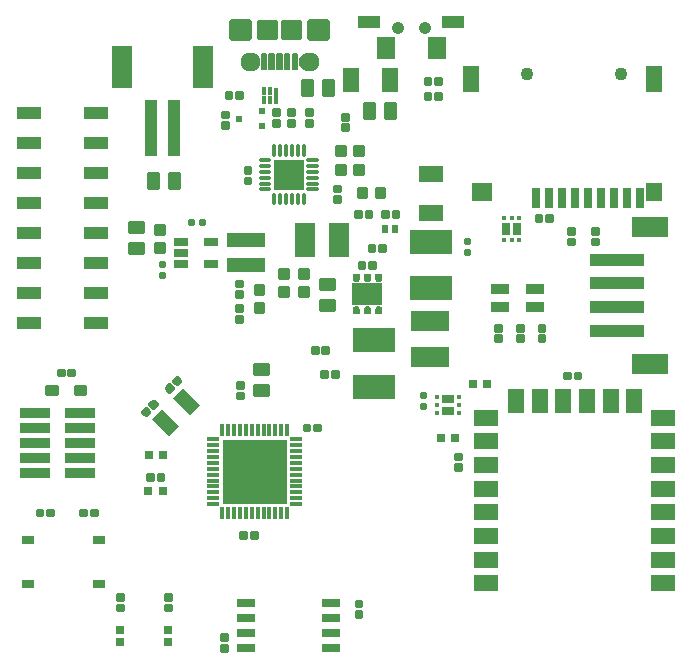
<source format=gts>
G04 EAGLE Gerber RS-274X export*
G75*
%MOMM*%
%FSLAX34Y34*%
%LPD*%
%INTop Solder Mask*%
%IPPOS*%
%AMOC8*
5,1,8,0,0,1.08239X$1,22.5*%
G01*
%ADD10R,1.100000X0.370000*%
%ADD11C,1.100000*%
%ADD12R,1.320000X2.320000*%
%ADD13R,1.320000X1.520000*%
%ADD14R,1.740000X1.540000*%
%ADD15R,0.800000X1.700000*%
%ADD16R,0.800000X0.700000*%
%ADD17R,3.590000X2.090000*%
%ADD18R,2.500000X0.860000*%
%ADD19R,4.600000X1.100000*%
%ADD20R,3.160000X1.760000*%
%ADD21C,0.350000*%
%ADD22R,2.600000X2.600000*%
%ADD23R,1.500000X0.720000*%
%ADD24R,0.600000X0.750000*%
%ADD25R,1.760000X2.860000*%
%ADD26R,2.120000X1.320000*%
%ADD27R,1.320000X2.120000*%
%ADD28R,5.450000X5.450000*%
%ADD29R,1.100000X0.400000*%
%ADD30R,0.400000X1.100000*%
%ADD31R,2.600000X1.850000*%
%ADD32R,0.400000X0.425000*%
%ADD33R,0.713000X1.050000*%
%ADD34R,0.425000X0.400000*%
%ADD35R,1.050000X0.713000*%
%ADD36R,1.397000X2.159000*%
%ADD37C,0.357631*%
%ADD38R,3.255000X1.705000*%
%ADD39R,2.159000X1.397000*%
%ADD40C,0.418950*%
%ADD41R,0.400000X0.700000*%
%ADD42R,0.400000X0.650000*%
%ADD43C,0.326369*%
%ADD44C,0.348000*%
%ADD45C,0.297000*%
%ADD46R,0.600000X0.600000*%
%ADD47R,2.100000X1.100000*%
%ADD48R,1.100000X0.800000*%
%ADD49R,1.600000X0.900000*%
%ADD50R,1.300000X0.790000*%
%ADD51R,3.300000X1.200000*%
%ADD52R,2.010000X1.210000*%
%ADD53R,1.536700X1.917700*%
%ADD54R,1.879600X1.117600*%
%ADD55C,1.050000*%
%ADD56C,1.438800*%
%ADD57C,0.141791*%
%ADD58C,0.490347*%
%ADD59C,1.271819*%
%ADD60C,0.301750*%
%ADD61R,1.100000X4.700000*%
%ADD62R,1.760000X3.560000*%

G36*
X313355Y337163D02*
X313355Y337163D01*
X313361Y337166D01*
X313417Y337180D01*
X314020Y337430D01*
X314026Y337434D01*
X314077Y337462D01*
X314595Y337859D01*
X314599Y337865D01*
X314641Y337906D01*
X315038Y338423D01*
X315040Y338430D01*
X315060Y338463D01*
X315063Y338466D01*
X315064Y338468D01*
X315070Y338480D01*
X315320Y339083D01*
X315321Y339090D01*
X315337Y339145D01*
X315422Y339792D01*
X315421Y339802D01*
X315424Y339825D01*
X315424Y343825D01*
X315421Y343835D01*
X315422Y343839D01*
X315420Y343844D01*
X315422Y343858D01*
X315400Y343908D01*
X315385Y343959D01*
X315372Y343970D01*
X315365Y343986D01*
X315320Y344016D01*
X315280Y344051D01*
X315263Y344054D01*
X315249Y344063D01*
X315175Y344074D01*
X310175Y344074D01*
X310159Y344069D01*
X310142Y344072D01*
X310092Y344050D01*
X310041Y344035D01*
X310030Y344022D01*
X310014Y344015D01*
X309984Y343970D01*
X309949Y343930D01*
X309946Y343913D01*
X309937Y343899D01*
X309926Y343825D01*
X309926Y339825D01*
X309928Y339816D01*
X309928Y339792D01*
X309995Y339286D01*
X310013Y339145D01*
X310016Y339139D01*
X310030Y339083D01*
X310280Y338480D01*
X310284Y338474D01*
X310312Y338423D01*
X310709Y337906D01*
X310715Y337901D01*
X310756Y337859D01*
X311273Y337462D01*
X311280Y337460D01*
X311330Y337430D01*
X311933Y337180D01*
X311940Y337179D01*
X311995Y337163D01*
X312642Y337078D01*
X312650Y337079D01*
X312708Y337078D01*
X313355Y337163D01*
G37*
G36*
X303855Y337163D02*
X303855Y337163D01*
X303861Y337166D01*
X303917Y337180D01*
X304520Y337430D01*
X304526Y337434D01*
X304577Y337462D01*
X305095Y337859D01*
X305099Y337865D01*
X305141Y337906D01*
X305538Y338423D01*
X305540Y338430D01*
X305560Y338463D01*
X305563Y338466D01*
X305564Y338468D01*
X305570Y338480D01*
X305820Y339083D01*
X305821Y339090D01*
X305837Y339145D01*
X305922Y339792D01*
X305921Y339802D01*
X305924Y339825D01*
X305924Y343825D01*
X305921Y343835D01*
X305922Y343839D01*
X305920Y343844D01*
X305922Y343858D01*
X305900Y343908D01*
X305885Y343959D01*
X305872Y343970D01*
X305865Y343986D01*
X305820Y344016D01*
X305780Y344051D01*
X305763Y344054D01*
X305749Y344063D01*
X305675Y344074D01*
X300675Y344074D01*
X300659Y344069D01*
X300642Y344072D01*
X300592Y344050D01*
X300541Y344035D01*
X300530Y344022D01*
X300514Y344015D01*
X300484Y343970D01*
X300449Y343930D01*
X300446Y343913D01*
X300437Y343899D01*
X300426Y343825D01*
X300426Y339825D01*
X300428Y339816D01*
X300428Y339792D01*
X300495Y339286D01*
X300513Y339145D01*
X300516Y339139D01*
X300530Y339083D01*
X300780Y338480D01*
X300784Y338474D01*
X300812Y338423D01*
X301209Y337906D01*
X301215Y337901D01*
X301256Y337859D01*
X301773Y337462D01*
X301780Y337460D01*
X301830Y337430D01*
X302433Y337180D01*
X302440Y337179D01*
X302495Y337163D01*
X303142Y337078D01*
X303150Y337079D01*
X303208Y337078D01*
X303855Y337163D01*
G37*
G36*
X294355Y337163D02*
X294355Y337163D01*
X294361Y337166D01*
X294417Y337180D01*
X295020Y337430D01*
X295026Y337434D01*
X295077Y337462D01*
X295595Y337859D01*
X295599Y337865D01*
X295641Y337906D01*
X296038Y338423D01*
X296040Y338430D01*
X296060Y338463D01*
X296063Y338466D01*
X296064Y338468D01*
X296070Y338480D01*
X296320Y339083D01*
X296321Y339090D01*
X296337Y339145D01*
X296422Y339792D01*
X296421Y339802D01*
X296424Y339825D01*
X296424Y343825D01*
X296421Y343835D01*
X296422Y343839D01*
X296420Y343844D01*
X296422Y343858D01*
X296400Y343908D01*
X296385Y343959D01*
X296372Y343970D01*
X296365Y343986D01*
X296320Y344016D01*
X296280Y344051D01*
X296263Y344054D01*
X296249Y344063D01*
X296175Y344074D01*
X291175Y344074D01*
X291159Y344069D01*
X291142Y344072D01*
X291092Y344050D01*
X291041Y344035D01*
X291030Y344022D01*
X291014Y344015D01*
X290984Y343970D01*
X290949Y343930D01*
X290946Y343913D01*
X290937Y343899D01*
X290926Y343825D01*
X290926Y339825D01*
X290928Y339816D01*
X290928Y339792D01*
X290995Y339286D01*
X291013Y339145D01*
X291016Y339139D01*
X291030Y339083D01*
X291280Y338480D01*
X291284Y338474D01*
X291312Y338423D01*
X291709Y337906D01*
X291715Y337901D01*
X291756Y337859D01*
X292273Y337462D01*
X292280Y337460D01*
X292330Y337430D01*
X292933Y337180D01*
X292940Y337179D01*
X292995Y337163D01*
X293642Y337078D01*
X293650Y337079D01*
X293708Y337078D01*
X294355Y337163D01*
G37*
G36*
X315191Y310081D02*
X315191Y310081D01*
X315208Y310078D01*
X315258Y310100D01*
X315309Y310115D01*
X315320Y310128D01*
X315336Y310135D01*
X315366Y310180D01*
X315401Y310220D01*
X315404Y310237D01*
X315413Y310252D01*
X315424Y310325D01*
X315424Y314325D01*
X315422Y314334D01*
X315422Y314346D01*
X315422Y314347D01*
X315422Y314358D01*
X315337Y315005D01*
X315334Y315011D01*
X315320Y315067D01*
X315070Y315670D01*
X315066Y315676D01*
X315038Y315727D01*
X314641Y316245D01*
X314635Y316249D01*
X314595Y316291D01*
X314077Y316688D01*
X314070Y316690D01*
X314020Y316720D01*
X313417Y316970D01*
X313410Y316971D01*
X313355Y316987D01*
X312708Y317072D01*
X312700Y317071D01*
X312642Y317072D01*
X311995Y316987D01*
X311989Y316984D01*
X311933Y316970D01*
X311330Y316720D01*
X311324Y316716D01*
X311273Y316688D01*
X310756Y316291D01*
X310751Y316285D01*
X310709Y316245D01*
X310312Y315727D01*
X310310Y315720D01*
X310280Y315670D01*
X310030Y315067D01*
X310029Y315060D01*
X310013Y315005D01*
X309928Y314358D01*
X309929Y314348D01*
X309926Y314325D01*
X309926Y310325D01*
X309931Y310309D01*
X309928Y310292D01*
X309950Y310242D01*
X309965Y310191D01*
X309978Y310180D01*
X309985Y310164D01*
X310030Y310134D01*
X310070Y310099D01*
X310087Y310096D01*
X310102Y310087D01*
X310175Y310076D01*
X315175Y310076D01*
X315191Y310081D01*
G37*
G36*
X305691Y310081D02*
X305691Y310081D01*
X305708Y310078D01*
X305758Y310100D01*
X305809Y310115D01*
X305820Y310128D01*
X305836Y310135D01*
X305866Y310180D01*
X305901Y310220D01*
X305904Y310237D01*
X305913Y310252D01*
X305924Y310325D01*
X305924Y314325D01*
X305922Y314334D01*
X305922Y314346D01*
X305922Y314347D01*
X305922Y314358D01*
X305837Y315005D01*
X305834Y315011D01*
X305820Y315067D01*
X305570Y315670D01*
X305566Y315676D01*
X305538Y315727D01*
X305141Y316245D01*
X305135Y316249D01*
X305095Y316291D01*
X304577Y316688D01*
X304570Y316690D01*
X304520Y316720D01*
X303917Y316970D01*
X303910Y316971D01*
X303855Y316987D01*
X303208Y317072D01*
X303200Y317071D01*
X303142Y317072D01*
X302495Y316987D01*
X302489Y316984D01*
X302433Y316970D01*
X301830Y316720D01*
X301824Y316716D01*
X301773Y316688D01*
X301256Y316291D01*
X301251Y316285D01*
X301209Y316245D01*
X300812Y315727D01*
X300810Y315720D01*
X300780Y315670D01*
X300530Y315067D01*
X300529Y315060D01*
X300513Y315005D01*
X300428Y314358D01*
X300429Y314348D01*
X300426Y314325D01*
X300426Y310325D01*
X300431Y310309D01*
X300428Y310292D01*
X300450Y310242D01*
X300465Y310191D01*
X300478Y310180D01*
X300485Y310164D01*
X300530Y310134D01*
X300570Y310099D01*
X300587Y310096D01*
X300602Y310087D01*
X300675Y310076D01*
X305675Y310076D01*
X305691Y310081D01*
G37*
G36*
X296191Y310081D02*
X296191Y310081D01*
X296208Y310078D01*
X296258Y310100D01*
X296309Y310115D01*
X296320Y310128D01*
X296336Y310135D01*
X296366Y310180D01*
X296401Y310220D01*
X296404Y310237D01*
X296413Y310252D01*
X296424Y310325D01*
X296424Y314325D01*
X296422Y314334D01*
X296422Y314346D01*
X296422Y314347D01*
X296422Y314358D01*
X296337Y315005D01*
X296334Y315011D01*
X296320Y315067D01*
X296070Y315670D01*
X296066Y315676D01*
X296038Y315727D01*
X295641Y316245D01*
X295635Y316249D01*
X295595Y316291D01*
X295077Y316688D01*
X295070Y316690D01*
X295020Y316720D01*
X294417Y316970D01*
X294410Y316971D01*
X294355Y316987D01*
X293708Y317072D01*
X293700Y317071D01*
X293642Y317072D01*
X292995Y316987D01*
X292989Y316984D01*
X292933Y316970D01*
X292330Y316720D01*
X292324Y316716D01*
X292273Y316688D01*
X291756Y316291D01*
X291751Y316285D01*
X291709Y316245D01*
X291312Y315727D01*
X291310Y315720D01*
X291280Y315670D01*
X291030Y315067D01*
X291029Y315060D01*
X291013Y315005D01*
X290928Y314358D01*
X290929Y314348D01*
X290926Y314325D01*
X290926Y310325D01*
X290931Y310309D01*
X290928Y310292D01*
X290950Y310242D01*
X290965Y310191D01*
X290978Y310180D01*
X290985Y310164D01*
X291030Y310134D01*
X291070Y310099D01*
X291087Y310096D01*
X291102Y310087D01*
X291175Y310076D01*
X296175Y310076D01*
X296191Y310081D01*
G37*
D10*
X172700Y154050D03*
D11*
X517689Y513333D03*
X437889Y513333D03*
D12*
X545889Y509333D03*
X390889Y509333D03*
D13*
X545889Y413333D03*
D14*
X399889Y413333D03*
D15*
X445889Y408333D03*
X456889Y408333D03*
X467889Y408333D03*
X478889Y408333D03*
X489889Y408333D03*
X500889Y408333D03*
X511889Y408333D03*
X522889Y408333D03*
X533889Y408333D03*
D16*
X404310Y250733D03*
X392310Y250733D03*
X377206Y205527D03*
X365206Y205527D03*
D17*
X309003Y248694D03*
X309003Y287694D03*
D16*
X117630Y160060D03*
X129630Y160060D03*
D18*
X21275Y200575D03*
X60075Y200575D03*
X21275Y187874D03*
X21275Y175173D03*
X21275Y213276D03*
X21275Y225977D03*
X60075Y213276D03*
X60075Y225977D03*
X60075Y187874D03*
X60075Y175173D03*
D19*
X514175Y356075D03*
X514175Y336075D03*
X514175Y316075D03*
X514175Y296075D03*
D20*
X542405Y384075D03*
X542405Y268075D03*
D21*
X249175Y445075D02*
X249175Y452075D01*
X244175Y452075D02*
X244175Y445075D01*
X239175Y445075D02*
X239175Y452075D01*
X234175Y452075D02*
X234175Y445075D01*
X249175Y411075D02*
X249175Y404075D01*
X229175Y445075D02*
X229175Y452075D01*
X224175Y452075D02*
X224175Y445075D01*
X244175Y411075D02*
X244175Y404075D01*
X253175Y415575D02*
X260175Y415575D01*
X260175Y420575D02*
X253175Y420575D01*
X253175Y425575D02*
X260175Y425575D01*
X260175Y430575D02*
X253175Y430575D01*
X253175Y435575D02*
X260175Y435575D01*
X260175Y440575D02*
X253175Y440575D01*
X239175Y411075D02*
X239175Y404075D01*
X234175Y404075D02*
X234175Y411075D01*
X229175Y411075D02*
X229175Y404075D01*
X224175Y404075D02*
X224175Y411075D01*
X219675Y415575D02*
X212675Y415575D01*
X212675Y420575D02*
X219675Y420575D01*
X219675Y425575D02*
X212675Y425575D01*
X212675Y430575D02*
X219675Y430575D01*
X219675Y435575D02*
X212675Y435575D01*
X212675Y440575D02*
X219675Y440575D01*
D22*
X236675Y428075D03*
D23*
X272405Y27525D03*
X272405Y40225D03*
X272405Y52925D03*
X272405Y65625D03*
X199945Y65625D03*
X199945Y52925D03*
X199945Y40225D03*
X199945Y27525D03*
D24*
X326675Y382075D03*
X317675Y382075D03*
D25*
X278675Y372575D03*
X250675Y372575D03*
D26*
X553675Y82175D03*
X553675Y102175D03*
X553675Y122175D03*
X553675Y142175D03*
X553675Y162175D03*
X553675Y182175D03*
X553675Y202175D03*
X553675Y222175D03*
D27*
X529075Y236575D03*
X509075Y236575D03*
X489075Y236575D03*
X469075Y236575D03*
X449075Y236575D03*
X429075Y236575D03*
D26*
X403675Y222175D03*
X403675Y202175D03*
X403675Y182175D03*
X403675Y162175D03*
X403675Y142175D03*
X403675Y122175D03*
X403675Y102175D03*
X403675Y82175D03*
D28*
X207675Y176575D03*
D29*
X242675Y179075D03*
X242675Y184075D03*
X242675Y189075D03*
X242675Y194075D03*
X242675Y199075D03*
X242675Y174075D03*
X242675Y169075D03*
X242675Y164075D03*
X242675Y159075D03*
X242675Y154075D03*
X242675Y149075D03*
X242675Y204075D03*
D30*
X205175Y211575D03*
X200175Y211575D03*
X195175Y211575D03*
X190175Y211575D03*
X185175Y211575D03*
X210175Y211575D03*
X215175Y211575D03*
X220175Y211575D03*
X225175Y211575D03*
X230175Y211575D03*
X235175Y211575D03*
X180175Y211575D03*
D29*
X172675Y179075D03*
X172675Y184075D03*
X172675Y189075D03*
X172675Y194075D03*
X172675Y199075D03*
X172675Y174075D03*
X172675Y169075D03*
X172675Y164075D03*
X172675Y159075D03*
X172675Y154075D03*
X172675Y149075D03*
X172675Y204075D03*
D30*
X205175Y141575D03*
X200175Y141575D03*
X195175Y141575D03*
X190175Y141575D03*
X185175Y141575D03*
X210175Y141575D03*
X215175Y141575D03*
X220175Y141575D03*
X225175Y141575D03*
X230175Y141575D03*
X235175Y141575D03*
X180175Y141575D03*
D17*
X356675Y371075D03*
X356675Y332075D03*
D31*
X303175Y327075D03*
D32*
X431675Y391200D03*
X425175Y391200D03*
X418675Y391200D03*
X418675Y372950D03*
X425175Y372950D03*
X431675Y372950D03*
D33*
X429840Y382075D03*
X420510Y382075D03*
D34*
X362050Y239575D03*
X362050Y233075D03*
X362050Y226575D03*
X380300Y226575D03*
X380300Y233075D03*
X380300Y239575D03*
D35*
X371175Y237740D03*
X371175Y228410D03*
D36*
X322010Y508500D03*
X288990Y508500D03*
D37*
X318590Y487705D02*
X326190Y487705D01*
X326190Y476295D01*
X318590Y476295D01*
X318590Y487705D01*
X318590Y479692D02*
X326190Y479692D01*
X326190Y483089D02*
X318590Y483089D01*
X318590Y486486D02*
X326190Y486486D01*
X308410Y487705D02*
X300810Y487705D01*
X308410Y487705D02*
X308410Y476295D01*
X300810Y476295D01*
X300810Y487705D01*
X300810Y479692D02*
X308410Y479692D01*
X308410Y483089D02*
X300810Y483089D01*
X300810Y486486D02*
X308410Y486486D01*
D38*
X356000Y304000D03*
X356000Y274000D03*
D39*
X357000Y429010D03*
X357000Y395990D03*
D37*
X275205Y321410D02*
X275205Y313810D01*
X263795Y313810D01*
X263795Y321410D01*
X275205Y321410D01*
X275205Y317207D02*
X263795Y317207D01*
X263795Y320604D02*
X275205Y320604D01*
X275205Y331590D02*
X275205Y339190D01*
X275205Y331590D02*
X263795Y331590D01*
X263795Y339190D01*
X275205Y339190D01*
X275205Y334987D02*
X263795Y334987D01*
X263795Y338384D02*
X275205Y338384D01*
D40*
X296475Y349920D02*
X299635Y349920D01*
X296475Y349920D02*
X296475Y353080D01*
X299635Y353080D01*
X299635Y349920D01*
X305365Y349920D02*
X308525Y349920D01*
X305365Y349920D02*
X305365Y353080D01*
X308525Y353080D01*
X308525Y349920D01*
D41*
X225500Y498500D03*
D42*
X225500Y491250D03*
X220500Y498750D03*
X220500Y491250D03*
X215500Y498750D03*
X215500Y491250D03*
D43*
X292807Y435313D02*
X299433Y435313D01*
X299433Y428687D01*
X292807Y428687D01*
X292807Y435313D01*
X292807Y431788D02*
X299433Y431788D01*
X299433Y434889D02*
X292807Y434889D01*
X284193Y435313D02*
X277567Y435313D01*
X284193Y435313D02*
X284193Y428687D01*
X277567Y428687D01*
X277567Y435313D01*
X277567Y431788D02*
X284193Y431788D01*
X284193Y434889D02*
X277567Y434889D01*
X292807Y451313D02*
X299433Y451313D01*
X299433Y444687D01*
X292807Y444687D01*
X292807Y451313D01*
X292807Y447788D02*
X299433Y447788D01*
X299433Y450889D02*
X292807Y450889D01*
X284193Y451313D02*
X277567Y451313D01*
X284193Y451313D02*
X284193Y444687D01*
X277567Y444687D01*
X277567Y451313D01*
X277567Y447788D02*
X284193Y447788D01*
X284193Y450889D02*
X277567Y450889D01*
D40*
X203080Y424635D02*
X203080Y421475D01*
X199920Y421475D01*
X199920Y424635D01*
X203080Y424635D01*
X203080Y430365D02*
X203080Y433525D01*
X203080Y430365D02*
X199920Y430365D01*
X199920Y433525D01*
X203080Y433525D01*
X302365Y396080D02*
X305525Y396080D01*
X305525Y392920D01*
X302365Y392920D01*
X302365Y396080D01*
X296635Y396080D02*
X293475Y396080D01*
X296635Y396080D02*
X296635Y392920D01*
X293475Y392920D01*
X293475Y396080D01*
X325365Y396080D02*
X328525Y396080D01*
X328525Y392920D01*
X325365Y392920D01*
X325365Y396080D01*
X319635Y396080D02*
X316475Y396080D01*
X319635Y396080D02*
X319635Y392920D01*
X316475Y392920D01*
X316475Y396080D01*
X275920Y414865D02*
X275920Y418025D01*
X279080Y418025D01*
X279080Y414865D01*
X275920Y414865D01*
X275920Y409135D02*
X275920Y405975D01*
X275920Y409135D02*
X279080Y409135D01*
X279080Y405975D01*
X275920Y405975D01*
D43*
X235813Y332193D02*
X235813Y325567D01*
X229187Y325567D01*
X229187Y332193D01*
X235813Y332193D01*
X235813Y328668D02*
X229187Y328668D01*
X229187Y331769D02*
X235813Y331769D01*
X235813Y340807D02*
X235813Y347433D01*
X235813Y340807D02*
X229187Y340807D01*
X229187Y347433D01*
X235813Y347433D01*
X235813Y343908D02*
X229187Y343908D01*
X229187Y347009D02*
X235813Y347009D01*
X252813Y332193D02*
X252813Y325567D01*
X246187Y325567D01*
X246187Y332193D01*
X252813Y332193D01*
X252813Y328668D02*
X246187Y328668D01*
X246187Y331769D02*
X252813Y331769D01*
X252813Y340807D02*
X252813Y347433D01*
X252813Y340807D02*
X246187Y340807D01*
X246187Y347433D01*
X252813Y347433D01*
X252813Y343908D02*
X246187Y343908D01*
X246187Y347009D02*
X252813Y347009D01*
D40*
X137591Y247357D02*
X135357Y245123D01*
X133123Y247357D01*
X135357Y249591D01*
X137591Y247357D01*
X135845Y249103D02*
X134869Y249103D01*
X141643Y251409D02*
X143877Y253643D01*
X141643Y251409D02*
X139409Y253643D01*
X141643Y255877D01*
X143877Y253643D01*
X142131Y255389D02*
X141155Y255389D01*
X121643Y235877D02*
X119409Y233643D01*
X121643Y235877D02*
X123877Y233643D01*
X121643Y231409D01*
X119409Y233643D01*
X121155Y235389D02*
X122131Y235389D01*
X115357Y229591D02*
X113123Y227357D01*
X115357Y229591D02*
X117591Y227357D01*
X115357Y225123D01*
X113123Y227357D01*
X114869Y229103D02*
X115845Y229103D01*
X264975Y257920D02*
X268135Y257920D01*
X264975Y257920D02*
X264975Y261080D01*
X268135Y261080D01*
X268135Y257920D01*
X273865Y257920D02*
X277025Y257920D01*
X273865Y257920D02*
X273865Y261080D01*
X277025Y261080D01*
X277025Y257920D01*
X260135Y277920D02*
X256975Y277920D01*
X256975Y281080D01*
X260135Y281080D01*
X260135Y277920D01*
X265865Y277920D02*
X269025Y277920D01*
X265865Y277920D02*
X265865Y281080D01*
X269025Y281080D01*
X269025Y277920D01*
X36025Y143580D02*
X32865Y143580D01*
X36025Y143580D02*
X36025Y140420D01*
X32865Y140420D01*
X32865Y143580D01*
X27135Y143580D02*
X23975Y143580D01*
X27135Y143580D02*
X27135Y140420D01*
X23975Y140420D01*
X23975Y143580D01*
X41975Y258920D02*
X45135Y258920D01*
X41975Y258920D02*
X41975Y262080D01*
X45135Y262080D01*
X45135Y258920D01*
X50865Y258920D02*
X54025Y258920D01*
X50865Y258920D02*
X50865Y262080D01*
X54025Y262080D01*
X54025Y258920D01*
X126365Y173580D02*
X129525Y173580D01*
X129525Y170420D01*
X126365Y170420D01*
X126365Y173580D01*
X120635Y173580D02*
X117475Y173580D01*
X120635Y173580D02*
X120635Y170420D01*
X117475Y170420D01*
X117475Y173580D01*
X205365Y124580D02*
X208525Y124580D01*
X208525Y121420D01*
X205365Y121420D01*
X205365Y124580D01*
X199635Y124580D02*
X196475Y124580D01*
X199635Y124580D02*
X199635Y121420D01*
X196475Y121420D01*
X196475Y124580D01*
X193920Y248365D02*
X193920Y251525D01*
X197080Y251525D01*
X197080Y248365D01*
X193920Y248365D01*
X193920Y242635D02*
X193920Y239475D01*
X193920Y242635D02*
X197080Y242635D01*
X197080Y239475D01*
X193920Y239475D01*
X258865Y215580D02*
X262025Y215580D01*
X262025Y212420D01*
X258865Y212420D01*
X258865Y215580D01*
X253135Y215580D02*
X249975Y215580D01*
X253135Y215580D02*
X253135Y212420D01*
X249975Y212420D01*
X249975Y215580D01*
X352475Y505920D02*
X355635Y505920D01*
X352475Y505920D02*
X352475Y509080D01*
X355635Y509080D01*
X355635Y505920D01*
X361365Y505920D02*
X364525Y505920D01*
X361365Y505920D02*
X361365Y509080D01*
X364525Y509080D01*
X364525Y505920D01*
D16*
X118000Y190500D03*
X130000Y190500D03*
D40*
X132920Y72025D02*
X132920Y68865D01*
X132920Y72025D02*
X136080Y72025D01*
X136080Y68865D01*
X132920Y68865D01*
X132920Y63135D02*
X132920Y59975D01*
X132920Y63135D02*
X136080Y63135D01*
X136080Y59975D01*
X132920Y59975D01*
X91920Y68865D02*
X91920Y72025D01*
X95080Y72025D01*
X95080Y68865D01*
X91920Y68865D01*
X91920Y63135D02*
X91920Y59975D01*
X91920Y63135D02*
X95080Y63135D01*
X95080Y59975D01*
X91920Y59975D01*
X415080Y287975D02*
X415080Y291135D01*
X415080Y287975D02*
X411920Y287975D01*
X411920Y291135D01*
X415080Y291135D01*
X415080Y296865D02*
X415080Y300025D01*
X415080Y296865D02*
X411920Y296865D01*
X411920Y300025D01*
X415080Y300025D01*
X452080Y291135D02*
X452080Y287975D01*
X448920Y287975D01*
X448920Y291135D01*
X452080Y291135D01*
X452080Y296865D02*
X452080Y300025D01*
X452080Y296865D02*
X448920Y296865D01*
X448920Y300025D01*
X452080Y300025D01*
X433580Y291135D02*
X433580Y287975D01*
X430420Y287975D01*
X430420Y291135D01*
X433580Y291135D01*
X433580Y296865D02*
X433580Y300025D01*
X433580Y296865D02*
X430420Y296865D01*
X430420Y300025D01*
X433580Y300025D01*
X73025Y143580D02*
X69865Y143580D01*
X73025Y143580D02*
X73025Y140420D01*
X69865Y140420D01*
X69865Y143580D01*
X64135Y143580D02*
X60975Y143580D01*
X64135Y143580D02*
X64135Y140420D01*
X60975Y140420D01*
X60975Y143580D01*
X497080Y369975D02*
X497080Y373135D01*
X497080Y369975D02*
X493920Y369975D01*
X493920Y373135D01*
X497080Y373135D01*
X497080Y378865D02*
X497080Y382025D01*
X497080Y378865D02*
X493920Y378865D01*
X493920Y382025D01*
X497080Y382025D01*
X477080Y373135D02*
X477080Y369975D01*
X473920Y369975D01*
X473920Y373135D01*
X477080Y373135D01*
X477080Y378865D02*
X477080Y382025D01*
X477080Y378865D02*
X473920Y378865D01*
X473920Y382025D01*
X477080Y382025D01*
X378420Y191025D02*
X378420Y187865D01*
X378420Y191025D02*
X381580Y191025D01*
X381580Y187865D01*
X378420Y187865D01*
X378420Y182135D02*
X378420Y178975D01*
X378420Y182135D02*
X381580Y182135D01*
X381580Y178975D01*
X378420Y178975D01*
X179920Y38025D02*
X179920Y34865D01*
X179920Y38025D02*
X183080Y38025D01*
X183080Y34865D01*
X179920Y34865D01*
X179920Y29135D02*
X179920Y25975D01*
X179920Y29135D02*
X183080Y29135D01*
X183080Y25975D01*
X179920Y25975D01*
X479365Y259580D02*
X482525Y259580D01*
X482525Y256420D01*
X479365Y256420D01*
X479365Y259580D01*
X473635Y259580D02*
X470475Y259580D01*
X473635Y259580D02*
X473635Y256420D01*
X470475Y256420D01*
X470475Y259580D01*
D44*
X352260Y233135D02*
X352260Y230615D01*
X349740Y230615D01*
X349740Y233135D01*
X352260Y233135D01*
X352260Y239865D02*
X352260Y242385D01*
X352260Y239865D02*
X349740Y239865D01*
X349740Y242385D01*
X352260Y242385D01*
X386740Y369865D02*
X386740Y372385D01*
X389260Y372385D01*
X389260Y369865D01*
X386740Y369865D01*
X386740Y363135D02*
X386740Y360615D01*
X386740Y363135D02*
X389260Y363135D01*
X389260Y360615D01*
X386740Y360615D01*
D40*
X184080Y468475D02*
X184080Y471635D01*
X184080Y468475D02*
X180920Y468475D01*
X180920Y471635D01*
X184080Y471635D01*
X184080Y477365D02*
X184080Y480525D01*
X184080Y477365D02*
X180920Y477365D01*
X180920Y480525D01*
X184080Y480525D01*
D45*
X40015Y242485D02*
X31985Y242485D01*
X31985Y248515D01*
X40015Y248515D01*
X40015Y242485D01*
X40015Y245306D02*
X31985Y245306D01*
X31985Y248127D02*
X40015Y248127D01*
X55985Y242485D02*
X64015Y242485D01*
X55985Y242485D02*
X55985Y248515D01*
X64015Y248515D01*
X64015Y242485D01*
X64015Y245306D02*
X55985Y245306D01*
X55985Y248127D02*
X64015Y248127D01*
D46*
X194000Y475500D03*
X213500Y469000D03*
X213500Y482000D03*
D40*
X196025Y497080D02*
X192865Y497080D01*
X196025Y497080D02*
X196025Y493920D01*
X192865Y493920D01*
X192865Y497080D01*
X187135Y497080D02*
X183975Y497080D01*
X187135Y497080D02*
X187135Y493920D01*
X183975Y493920D01*
X183975Y497080D01*
X223920Y482525D02*
X223920Y479365D01*
X223920Y482525D02*
X227080Y482525D01*
X227080Y479365D01*
X223920Y479365D01*
X223920Y473635D02*
X223920Y470475D01*
X223920Y473635D02*
X227080Y473635D01*
X227080Y470475D01*
X223920Y470475D01*
X236920Y479365D02*
X236920Y482525D01*
X240080Y482525D01*
X240080Y479365D01*
X236920Y479365D01*
X236920Y473635D02*
X236920Y470475D01*
X236920Y473635D02*
X240080Y473635D01*
X240080Y470475D01*
X236920Y470475D01*
X251920Y479365D02*
X251920Y482525D01*
X255080Y482525D01*
X255080Y479365D01*
X251920Y479365D01*
X251920Y473635D02*
X251920Y470475D01*
X251920Y473635D02*
X255080Y473635D01*
X255080Y470475D01*
X251920Y470475D01*
D47*
X73400Y302100D03*
X16550Y302100D03*
X73450Y327500D03*
X16550Y327500D03*
X73400Y352900D03*
X16500Y352900D03*
X73450Y378300D03*
X16550Y378300D03*
X73450Y403700D03*
X16550Y403750D03*
X73400Y429100D03*
X16550Y429100D03*
X73400Y454500D03*
X16550Y454500D03*
X73450Y479900D03*
X16550Y479900D03*
D48*
X15500Y118500D03*
X75500Y118500D03*
X15500Y81500D03*
X75500Y81500D03*
D49*
X415000Y331000D03*
X445000Y331000D03*
X445000Y316000D03*
X415000Y316000D03*
D40*
X297080Y57635D02*
X297080Y54475D01*
X293920Y54475D01*
X293920Y57635D01*
X297080Y57635D01*
X297080Y63365D02*
X297080Y66525D01*
X297080Y63365D02*
X293920Y63365D01*
X293920Y66525D01*
X297080Y66525D01*
X446475Y389920D02*
X449635Y389920D01*
X446475Y389920D02*
X446475Y393080D01*
X449635Y393080D01*
X449635Y389920D01*
X455365Y389920D02*
X458525Y389920D01*
X455365Y389920D02*
X455365Y393080D01*
X458525Y393080D01*
X458525Y389920D01*
D50*
X144999Y371500D03*
X144999Y362000D03*
X144999Y352500D03*
X171001Y352500D03*
X171001Y371500D03*
D37*
X113205Y369410D02*
X113205Y361810D01*
X101795Y361810D01*
X101795Y369410D01*
X113205Y369410D01*
X113205Y365207D02*
X101795Y365207D01*
X101795Y368604D02*
X113205Y368604D01*
X113205Y379590D02*
X113205Y387190D01*
X113205Y379590D02*
X101795Y379590D01*
X101795Y387190D01*
X113205Y387190D01*
X113205Y382987D02*
X101795Y382987D01*
X101795Y386384D02*
X113205Y386384D01*
D44*
X152615Y386240D02*
X155135Y386240D01*
X152615Y386240D02*
X152615Y388760D01*
X155135Y388760D01*
X155135Y386240D01*
X161865Y386240D02*
X164385Y386240D01*
X161865Y386240D02*
X161865Y388760D01*
X164385Y388760D01*
X164385Y386240D01*
D43*
X130813Y369193D02*
X130813Y362567D01*
X124187Y362567D01*
X124187Y369193D01*
X130813Y369193D01*
X130813Y365668D02*
X124187Y365668D01*
X124187Y368769D02*
X130813Y368769D01*
X130813Y377807D02*
X130813Y384433D01*
X130813Y377807D02*
X124187Y377807D01*
X124187Y384433D01*
X130813Y384433D01*
X130813Y380908D02*
X124187Y380908D01*
X124187Y384009D02*
X130813Y384009D01*
D51*
X200500Y352000D03*
X200500Y373000D03*
D37*
X125699Y417058D02*
X118099Y417058D01*
X118099Y428468D01*
X125699Y428468D01*
X125699Y417058D01*
X125699Y420455D02*
X118099Y420455D01*
X118099Y423852D02*
X125699Y423852D01*
X125699Y427249D02*
X118099Y427249D01*
X135879Y417058D02*
X143479Y417058D01*
X135879Y417058D02*
X135879Y428468D01*
X143479Y428468D01*
X143479Y417058D01*
X143479Y420455D02*
X135879Y420455D01*
X135879Y423852D02*
X143479Y423852D01*
X143479Y427249D02*
X135879Y427249D01*
D40*
X196080Y328635D02*
X196080Y325475D01*
X192920Y325475D01*
X192920Y328635D01*
X196080Y328635D01*
X196080Y334365D02*
X196080Y337525D01*
X196080Y334365D02*
X192920Y334365D01*
X192920Y337525D01*
X196080Y337525D01*
X196080Y307635D02*
X196080Y304475D01*
X192920Y304475D01*
X192920Y307635D01*
X196080Y307635D01*
X196080Y313365D02*
X196080Y316525D01*
X196080Y313365D02*
X192920Y313365D01*
X192920Y316525D01*
X196080Y316525D01*
X361365Y496080D02*
X364525Y496080D01*
X364525Y492920D01*
X361365Y492920D01*
X361365Y496080D01*
X355635Y496080D02*
X352475Y496080D01*
X355635Y496080D02*
X355635Y492920D01*
X352475Y492920D01*
X352475Y496080D01*
D44*
X131260Y344135D02*
X131260Y341615D01*
X128740Y341615D01*
X128740Y344135D01*
X131260Y344135D01*
X131260Y350865D02*
X131260Y353385D01*
X131260Y350865D02*
X128740Y350865D01*
X128740Y353385D01*
X131260Y353385D01*
D37*
X207868Y266998D02*
X207868Y259398D01*
X207868Y266998D02*
X219278Y266998D01*
X219278Y259398D01*
X207868Y259398D01*
X207868Y262795D02*
X219278Y262795D01*
X219278Y266192D02*
X207868Y266192D01*
X207868Y249218D02*
X207868Y241618D01*
X207868Y249218D02*
X219278Y249218D01*
X219278Y241618D01*
X207868Y241618D01*
X207868Y245015D02*
X219278Y245015D01*
X219278Y248412D02*
X207868Y248412D01*
D43*
X310929Y415722D02*
X317555Y415722D01*
X317555Y409096D01*
X310929Y409096D01*
X310929Y415722D01*
X310929Y412197D02*
X317555Y412197D01*
X317555Y415298D02*
X310929Y415298D01*
X302315Y415722D02*
X295689Y415722D01*
X302315Y415722D02*
X302315Y409096D01*
X295689Y409096D01*
X295689Y415722D01*
X295689Y412197D02*
X302315Y412197D01*
X302315Y415298D02*
X295689Y415298D01*
X214991Y318420D02*
X214991Y311794D01*
X208365Y311794D01*
X208365Y318420D01*
X214991Y318420D01*
X214991Y314895D02*
X208365Y314895D01*
X208365Y317996D02*
X214991Y317996D01*
X214991Y327034D02*
X214991Y333660D01*
X214991Y327034D02*
X208365Y327034D01*
X208365Y333660D01*
X214991Y333660D01*
X214991Y330135D02*
X208365Y330135D01*
X208365Y333236D02*
X214991Y333236D01*
D40*
X313908Y367780D02*
X317068Y367780D01*
X317068Y364620D01*
X313908Y364620D01*
X313908Y367780D01*
X308178Y367780D02*
X305018Y367780D01*
X308178Y367780D02*
X308178Y364620D01*
X305018Y364620D01*
X305018Y367780D01*
X285572Y466698D02*
X285572Y469858D01*
X285572Y466698D02*
X282412Y466698D01*
X282412Y469858D01*
X285572Y469858D01*
X285572Y475588D02*
X285572Y478748D01*
X285572Y475588D02*
X282412Y475588D01*
X282412Y478748D01*
X285572Y478748D01*
D52*
G36*
X129437Y229673D02*
X143649Y215461D01*
X135093Y206905D01*
X120881Y221117D01*
X129437Y229673D01*
G37*
G36*
X147114Y247351D02*
X161326Y233139D01*
X152770Y224583D01*
X138558Y238795D01*
X147114Y247351D01*
G37*
D53*
X361685Y535684D03*
X318505Y535684D03*
D54*
X375655Y557274D03*
X304535Y557274D03*
D55*
X351595Y552194D03*
X328595Y552194D03*
D37*
X256271Y495754D02*
X248671Y495754D01*
X248671Y507164D01*
X256271Y507164D01*
X256271Y495754D01*
X256271Y499151D02*
X248671Y499151D01*
X248671Y502548D02*
X256271Y502548D01*
X256271Y505945D02*
X248671Y505945D01*
X266451Y495754D02*
X274051Y495754D01*
X266451Y495754D02*
X266451Y507164D01*
X274051Y507164D01*
X274051Y495754D01*
X274051Y499151D02*
X266451Y499151D01*
X266451Y502548D02*
X274051Y502548D01*
X274051Y505945D02*
X266451Y505945D01*
D56*
X254787Y523691D03*
X252247Y523691D03*
X263677Y553155D03*
X263677Y548075D03*
X193573Y548075D03*
X193573Y553155D03*
X205003Y523691D03*
X202463Y523691D03*
D57*
X240010Y530213D02*
X243656Y530213D01*
X243656Y517169D01*
X240010Y517169D01*
X240010Y530213D01*
X240010Y518516D02*
X243656Y518516D01*
X243656Y519863D02*
X240010Y519863D01*
X240010Y521210D02*
X243656Y521210D01*
X243656Y522557D02*
X240010Y522557D01*
X240010Y523904D02*
X243656Y523904D01*
X243656Y525251D02*
X240010Y525251D01*
X240010Y526598D02*
X243656Y526598D01*
X243656Y527945D02*
X240010Y527945D01*
X240010Y529292D02*
X243656Y529292D01*
X237052Y530213D02*
X233406Y530213D01*
X237052Y530213D02*
X237052Y517169D01*
X233406Y517169D01*
X233406Y530213D01*
X233406Y518516D02*
X237052Y518516D01*
X237052Y519863D02*
X233406Y519863D01*
X233406Y521210D02*
X237052Y521210D01*
X237052Y522557D02*
X233406Y522557D01*
X233406Y523904D02*
X237052Y523904D01*
X237052Y525251D02*
X233406Y525251D01*
X233406Y526598D02*
X237052Y526598D01*
X237052Y527945D02*
X233406Y527945D01*
X233406Y529292D02*
X237052Y529292D01*
X230448Y530213D02*
X226802Y530213D01*
X230448Y530213D02*
X230448Y517169D01*
X226802Y517169D01*
X226802Y530213D01*
X226802Y518516D02*
X230448Y518516D01*
X230448Y519863D02*
X226802Y519863D01*
X226802Y521210D02*
X230448Y521210D01*
X230448Y522557D02*
X226802Y522557D01*
X226802Y523904D02*
X230448Y523904D01*
X230448Y525251D02*
X226802Y525251D01*
X226802Y526598D02*
X230448Y526598D01*
X230448Y527945D02*
X226802Y527945D01*
X226802Y529292D02*
X230448Y529292D01*
X223844Y530213D02*
X220198Y530213D01*
X223844Y530213D02*
X223844Y517169D01*
X220198Y517169D01*
X220198Y530213D01*
X220198Y518516D02*
X223844Y518516D01*
X223844Y519863D02*
X220198Y519863D01*
X220198Y521210D02*
X223844Y521210D01*
X223844Y522557D02*
X220198Y522557D01*
X220198Y523904D02*
X223844Y523904D01*
X223844Y525251D02*
X220198Y525251D01*
X220198Y526598D02*
X223844Y526598D01*
X223844Y527945D02*
X220198Y527945D01*
X220198Y529292D02*
X223844Y529292D01*
X217240Y530213D02*
X213594Y530213D01*
X217240Y530213D02*
X217240Y517169D01*
X213594Y517169D01*
X213594Y530213D01*
X213594Y518516D02*
X217240Y518516D01*
X217240Y519863D02*
X213594Y519863D01*
X213594Y521210D02*
X217240Y521210D01*
X217240Y522557D02*
X213594Y522557D01*
X213594Y523904D02*
X217240Y523904D01*
X217240Y525251D02*
X213594Y525251D01*
X213594Y526598D02*
X217240Y526598D01*
X217240Y527945D02*
X213594Y527945D01*
X213594Y529292D02*
X217240Y529292D01*
D58*
X254381Y557244D02*
X268909Y557244D01*
X268909Y543986D01*
X254381Y543986D01*
X254381Y557244D01*
X254381Y548644D02*
X268909Y548644D01*
X268909Y553302D02*
X254381Y553302D01*
X202869Y557244D02*
X188341Y557244D01*
X202869Y557244D02*
X202869Y543986D01*
X188341Y543986D01*
X188341Y557244D01*
X188341Y548644D02*
X202869Y548644D01*
X202869Y553302D02*
X188341Y553302D01*
D59*
X251551Y525087D02*
X255483Y525087D01*
X255483Y522295D01*
X251551Y522295D01*
X251551Y525087D01*
X205699Y525087D02*
X201767Y525087D01*
X205699Y525087D02*
X205699Y522295D01*
X201767Y522295D01*
X201767Y525087D01*
D60*
X231404Y557488D02*
X246166Y557488D01*
X246166Y543742D01*
X231404Y543742D01*
X231404Y557488D01*
X231404Y546609D02*
X246166Y546609D01*
X246166Y549476D02*
X231404Y549476D01*
X231404Y552343D02*
X246166Y552343D01*
X246166Y555210D02*
X231404Y555210D01*
X225846Y557488D02*
X211084Y557488D01*
X225846Y557488D02*
X225846Y543742D01*
X211084Y543742D01*
X211084Y557488D01*
X211084Y546609D02*
X225846Y546609D01*
X225846Y549476D02*
X211084Y549476D01*
X211084Y552343D02*
X225846Y552343D01*
X225846Y555210D02*
X211084Y555210D01*
D16*
X134207Y42611D03*
X134207Y32611D03*
X93260Y42717D03*
X93260Y32717D03*
D61*
X119527Y467281D03*
X139527Y467281D03*
D62*
X95527Y519281D03*
X163527Y519281D03*
M02*

</source>
